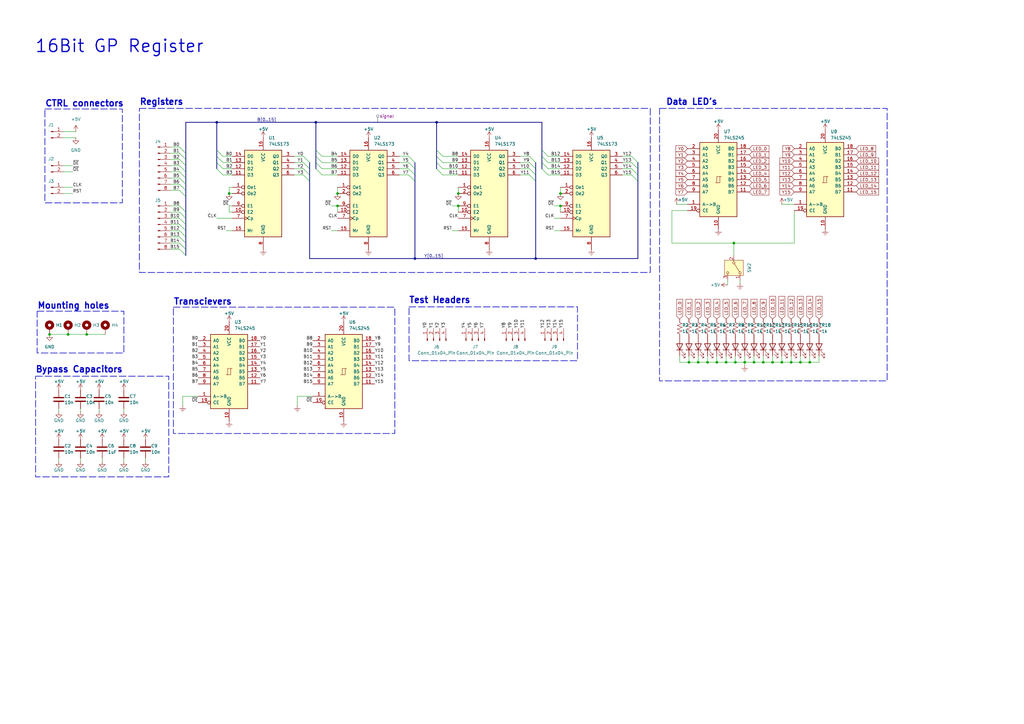
<source format=kicad_sch>
(kicad_sch (version 20231120) (generator "eeschema") (generator_version "8.0")
  (paper "A3")
  (title_block (title "GP Register - SH8") (date "2024-09-29") (rev "1.1") (company "SHMERLARD"))
  (junction (at 20.32 137.16))
  (junction (at 316.865 148.59))
  (junction (at 170.18 106.045))
  (junction (at 179.07 50.165))
  (junction (at 313.055 148.59))
  (junction (at 129.54 50.165))
  (junction (at 219.71 106.045))
  (junction (at 138.43 84.455))
  (junction (at 290.195 148.59))
  (junction (at 187.96 79.375))
  (junction (at 309.245 148.59))
  (junction (at 27.94 137.16))
  (junction (at 300.99 99.695))
  (junction (at 138.43 79.375))
  (junction (at 187.96 84.455))
  (junction (at 305.435 148.59))
  (junction (at 35.56 137.16))
  (junction (at 93.98 79.375))
  (junction (at 286.385 148.59))
  (junction (at 332.105 148.59))
  (junction (at 88.9 50.165))
  (junction (at 328.295 148.59))
  (junction (at 324.485 148.59))
  (junction (at 301.625 148.59))
  (junction (at 294.005 148.59))
  (junction (at 297.815 148.59))
  (junction (at 229.87 84.455))
  (junction (at 320.675 148.59))
  (junction (at 229.87 79.375))
  (junction (at 282.575 148.59))
  (bus_entry (at 124.46 71.755) (size 2.54 2.54))
  (bus_entry (at 73.66 86.995) (size 2.54 2.54))
  (bus_entry (at 224.79 64.135) (size -2.54 -2.54))
  (bus_entry (at 73.66 60.325) (size 2.54 2.54))
  (bus_entry (at 73.66 65.405) (size 2.54 2.54))
  (bus_entry (at 167.64 66.675) (size 2.54 2.54))
  (bus_entry (at 124.46 64.135) (size 2.54 2.54))
  (bus_entry (at 181.61 69.215) (size -2.54 -2.54))
  (bus_entry (at 181.61 71.755) (size -2.54 -2.54))
  (bus_entry (at 73.66 73.025) (size 2.54 2.54))
  (bus_entry (at 259.08 64.135) (size 2.54 2.54))
  (bus_entry (at 167.64 64.135) (size 2.54 2.54))
  (bus_entry (at 217.17 69.215) (size 2.54 2.54))
  (bus_entry (at 181.61 64.135) (size -2.54 -2.54))
  (bus_entry (at 73.66 75.565) (size 2.54 2.54))
  (bus_entry (at 132.08 71.755) (size -2.54 -2.54))
  (bus_entry (at 217.17 71.755) (size 2.54 2.54))
  (bus_entry (at 259.08 66.675) (size 2.54 2.54))
  (bus_entry (at 132.08 66.675) (size -2.54 -2.54))
  (bus_entry (at 167.64 69.215) (size 2.54 2.54))
  (bus_entry (at 224.79 66.675) (size -2.54 -2.54))
  (bus_entry (at 259.08 69.215) (size 2.54 2.54))
  (bus_entry (at 73.66 62.865) (size 2.54 2.54))
  (bus_entry (at 132.08 69.215) (size -2.54 -2.54))
  (bus_entry (at 224.79 71.755) (size -2.54 -2.54))
  (bus_entry (at 124.46 66.675) (size 2.54 2.54))
  (bus_entry (at 217.17 66.675) (size 2.54 2.54))
  (bus_entry (at 181.61 66.675) (size -2.54 -2.54))
  (bus_entry (at 224.79 69.215) (size -2.54 -2.54))
  (bus_entry (at 73.66 94.615) (size 2.54 2.54))
  (bus_entry (at 73.66 102.235) (size 2.54 2.54))
  (bus_entry (at 73.66 92.075) (size 2.54 2.54))
  (bus_entry (at 73.66 97.155) (size 2.54 2.54))
  (bus_entry (at 259.08 71.755) (size 2.54 2.54))
  (bus_entry (at 73.66 67.945) (size 2.54 2.54))
  (bus_entry (at 91.44 69.215) (size -2.54 -2.54))
  (bus_entry (at 73.66 70.485) (size 2.54 2.54))
  (bus_entry (at 73.66 78.105) (size 2.54 2.54))
  (bus_entry (at 167.64 71.755) (size 2.54 2.54))
  (bus_entry (at 217.17 64.135) (size 2.54 2.54))
  (bus_entry (at 124.46 69.215) (size 2.54 2.54))
  (bus_entry (at 91.44 71.755) (size -2.54 -2.54))
  (bus_entry (at 73.66 89.535) (size 2.54 2.54))
  (bus_entry (at 91.44 66.675) (size -2.54 -2.54))
  (bus_entry (at 91.44 64.135) (size -2.54 -2.54))
  (bus_entry (at 73.66 84.455) (size 2.54 2.54))
  (bus_entry (at 73.66 99.695) (size 2.54 2.54))
  (bus_entry (at 132.08 64.135) (size -2.54 -2.54))
  (wire (pts (xy 213.36 66.675) (xy 217.17 66.675)))
  (wire (pts (xy 187.96 84.455) (xy 185.42 84.455)))
  (wire (pts (xy 91.44 66.675) (xy 95.25 66.675)))
  (bus (pts (xy 127 106.045) (xy 170.18 106.045)))
  (bus (pts (xy 129.54 66.675) (xy 129.54 69.215)))
  (wire (pts (xy 303.53 116.205) (xy 303.53 114.935)))
  (wire (pts (xy 69.85 78.105) (xy 73.66 78.105)))
  (wire (pts (xy 33.02 187.96) (xy 33.02 189.23)))
  (wire (pts (xy 332.105 148.59) (xy 335.915 148.59)))
  (bus (pts (xy 76.2 65.405) (xy 76.2 62.865)))
  (wire (pts (xy 229.87 79.375) (xy 229.87 76.835)))
  (bus (pts (xy 88.9 64.135) (xy 88.9 61.595)))
  (bus (pts (xy 129.54 50.165) (xy 129.54 61.595)))
  (wire (pts (xy 132.08 71.755) (xy 138.43 71.755)))
  (wire (pts (xy 73.66 99.695) (xy 69.85 99.695)))
  (wire (pts (xy 301.625 148.59) (xy 301.625 146.05)))
  (wire (pts (xy 163.83 66.675) (xy 167.64 66.675)))
  (bus (pts (xy 219.71 66.675) (xy 219.71 69.215)))
  (bus (pts (xy 222.25 66.675) (xy 222.25 69.215)))
  (bus (pts (xy 76.2 73.025) (xy 76.2 75.565)))
  (wire (pts (xy 305.435 148.59) (xy 309.245 148.59)))
  (wire (pts (xy 93.98 86.995) (xy 95.25 86.995)))
  (wire (pts (xy 286.385 148.59) (xy 290.195 148.59)))
  (bus (pts (xy 127 69.215) (xy 127 71.755)))
  (wire (pts (xy 69.85 62.865) (xy 73.66 62.865)))
  (wire (pts (xy 294.005 148.59) (xy 294.005 146.05)))
  (wire (pts (xy 88.9 89.535) (xy 95.25 89.535)))
  (bus (pts (xy 261.62 66.675) (xy 261.62 69.215)))
  (wire (pts (xy 255.27 69.215) (xy 259.08 69.215)))
  (bus (pts (xy 219.71 71.755) (xy 219.71 74.295)))
  (bus (pts (xy 76.2 86.995) (xy 76.2 89.535)))
  (bus (pts (xy 170.18 74.295) (xy 170.18 106.045)))
  (wire (pts (xy 185.42 94.615) (xy 187.96 94.615)))
  (wire (pts (xy 320.675 83.82) (xy 325.755 83.82)))
  (bus (pts (xy 76.2 97.155) (xy 76.2 99.695)))
  (wire (pts (xy 24.13 187.96) (xy 24.13 189.23)))
  (wire (pts (xy 309.245 148.59) (xy 313.055 148.59)))
  (bus (pts (xy 222.25 64.135) (xy 222.25 66.675)))
  (wire (pts (xy 328.295 148.59) (xy 328.295 146.05)))
  (wire (pts (xy 316.865 148.59) (xy 320.675 148.59)))
  (wire (pts (xy 41.91 187.96) (xy 41.91 189.23)))
  (wire (pts (xy 325.755 99.695) (xy 300.99 99.695)))
  (wire (pts (xy 35.56 137.16) (xy 43.18 137.16)))
  (wire (pts (xy 187.96 79.375) (xy 187.96 76.835)))
  (wire (pts (xy 91.44 71.755) (xy 95.25 71.755)))
  (bus (pts (xy 76.2 70.485) (xy 76.2 73.025)))
  (bus (pts (xy 261.62 69.215) (xy 261.62 71.755)))
  (bus (pts (xy 170.18 71.755) (xy 170.18 74.295)))
  (bus (pts (xy 76.2 70.485) (xy 76.2 67.945)))
  (wire (pts (xy 93.98 79.375) (xy 95.25 79.375)))
  (bus (pts (xy 261.62 74.295) (xy 261.62 106.045)))
  (wire (pts (xy 305.435 148.59) (xy 305.435 146.05)))
  (wire (pts (xy 278.765 148.59) (xy 282.575 148.59)))
  (wire (pts (xy 328.295 148.59) (xy 332.105 148.59)))
  (bus (pts (xy 170.18 106.045) (xy 219.71 106.045)))
  (wire (pts (xy 93.98 84.455) (xy 95.25 84.455)))
  (bus (pts (xy 88.9 69.215) (xy 88.9 66.675)))
  (wire (pts (xy 121.92 162.56) (xy 128.27 162.56)))
  (wire (pts (xy 132.08 66.675) (xy 138.43 66.675)))
  (wire (pts (xy 132.08 69.215) (xy 138.43 69.215)))
  (wire (pts (xy 298.45 114.935) (xy 298.45 116.84)))
  (wire (pts (xy 120.65 64.135) (xy 124.46 64.135)))
  (bus (pts (xy 261.62 71.755) (xy 261.62 74.295)))
  (bus (pts (xy 219.71 69.215) (xy 219.71 71.755)))
  (bus (pts (xy 88.9 50.165) (xy 88.9 61.595)))
  (wire (pts (xy 73.66 97.155) (xy 69.85 97.155)))
  (bus (pts (xy 129.54 50.165) (xy 179.07 50.165)))
  (wire (pts (xy 27.94 137.16) (xy 35.56 137.16)))
  (wire (pts (xy 282.575 148.59) (xy 282.575 146.05)))
  (wire (pts (xy 275.59 99.695) (xy 275.59 86.36)))
  (wire (pts (xy 73.66 86.995) (xy 69.85 86.995)))
  (wire (pts (xy 135.89 94.615) (xy 138.43 94.615)))
  (bus (pts (xy 88.9 50.165) (xy 129.54 50.165)))
  (bus (pts (xy 222.25 50.165) (xy 222.25 61.595)))
  (wire (pts (xy 213.36 71.755) (xy 217.17 71.755)))
  (bus (pts (xy 76.2 92.075) (xy 76.2 94.615)))
  (wire (pts (xy 59.69 187.96) (xy 59.69 189.23)))
  (wire (pts (xy 324.485 148.59) (xy 328.295 148.59)))
  (bus (pts (xy 219.71 106.045) (xy 261.62 106.045)))
  (bus (pts (xy 76.2 67.945) (xy 76.2 65.405)))
  (bus (pts (xy 88.9 66.675) (xy 88.9 64.135)))
  (wire (pts (xy 213.36 69.215) (xy 217.17 69.215)))
  (bus (pts (xy 127 66.675) (xy 127 69.215)))
  (wire (pts (xy 29.845 70.485) (xy 26.035 70.485)))
  (bus (pts (xy 76.2 50.165) (xy 88.9 50.165)))
  (wire (pts (xy 73.66 84.455) (xy 69.85 84.455)))
  (bus (pts (xy 127 74.295) (xy 127 106.045)))
  (wire (pts (xy 320.675 148.59) (xy 320.675 146.05)))
  (wire (pts (xy 95.25 76.835) (xy 93.98 76.835)))
  (wire (pts (xy 229.87 86.995) (xy 229.87 84.455)))
  (wire (pts (xy 213.36 64.135) (xy 217.17 64.135)))
  (wire (pts (xy 120.65 69.215) (xy 124.46 69.215)))
  (wire (pts (xy 277.495 83.82) (xy 281.94 83.82)))
  (wire (pts (xy 93.98 84.455) (xy 93.98 86.995)))
  (bus (pts (xy 76.2 78.105) (xy 76.2 75.565)))
  (wire (pts (xy 278.765 148.59) (xy 278.765 146.05)))
  (bus (pts (xy 76.2 104.775) (xy 76.2 102.235)))
  (wire (pts (xy 224.79 69.215) (xy 229.87 69.215)))
  (bus (pts (xy 179.07 64.135) (xy 179.07 66.675)))
  (wire (pts (xy 40.64 167.64) (xy 40.64 168.91)))
  (bus (pts (xy 179.07 61.595) (xy 179.07 50.165)))
  (bus (pts (xy 179.07 50.165) (xy 222.25 50.165)))
  (wire (pts (xy 305.435 149.86) (xy 305.435 148.59)))
  (wire (pts (xy 138.43 86.995) (xy 138.43 84.455)))
  (wire (pts (xy 33.02 167.64) (xy 33.02 168.91)))
  (wire (pts (xy 69.85 65.405) (xy 73.66 65.405)))
  (wire (pts (xy 187.96 86.995) (xy 187.96 84.455)))
  (wire (pts (xy 69.85 75.565) (xy 73.66 75.565)))
  (wire (pts (xy 290.195 148.59) (xy 294.005 148.59)))
  (wire (pts (xy 332.105 148.59) (xy 332.105 146.05)))
  (wire (pts (xy 163.83 71.755) (xy 167.64 71.755)))
  (bus (pts (xy 76.2 62.865) (xy 76.2 50.165)))
  (wire (pts (xy 290.195 148.59) (xy 290.195 146.05)))
  (wire (pts (xy 229.87 84.455) (xy 227.33 84.455)))
  (wire (pts (xy 69.85 73.025) (xy 73.66 73.025)))
  (wire (pts (xy 92.71 94.615) (xy 95.25 94.615)))
  (wire (pts (xy 181.61 66.675) (xy 187.96 66.675)))
  (wire (pts (xy 132.08 64.135) (xy 138.43 64.135)))
  (wire (pts (xy 255.27 66.675) (xy 259.08 66.675)))
  (wire (pts (xy 300.99 99.695) (xy 275.59 99.695)))
  (wire (pts (xy 73.66 89.535) (xy 69.85 89.535)))
  (wire (pts (xy 229.87 89.535) (xy 227.33 89.535)))
  (bus (pts (xy 76.2 99.695) (xy 76.2 102.235)))
  (wire (pts (xy 300.99 99.695) (xy 300.99 104.775)))
  (bus (pts (xy 179.07 66.675) (xy 179.07 69.215)))
  (bus (pts (xy 76.2 92.075) (xy 76.2 89.535)))
  (wire (pts (xy 181.61 71.755) (xy 187.96 71.755)))
  (wire (pts (xy 50.8 187.96) (xy 50.8 189.23)))
  (wire (pts (xy 275.59 86.36) (xy 281.94 86.36)))
  (bus (pts (xy 76.2 94.615) (xy 76.2 97.155)))
  (wire (pts (xy 91.44 69.215) (xy 95.25 69.215)))
  (wire (pts (xy 26.035 76.835) (xy 29.845 76.835)))
  (wire (pts (xy 282.575 148.59) (xy 286.385 148.59)))
  (wire (pts (xy 29.845 79.375) (xy 26.035 79.375)))
  (wire (pts (xy 69.85 60.325) (xy 73.66 60.325)))
  (wire (pts (xy 224.79 71.755) (xy 229.87 71.755)))
  (wire (pts (xy 91.44 64.135) (xy 95.25 64.135)))
  (wire (pts (xy 227.33 94.615) (xy 229.87 94.615)))
  (wire (pts (xy 121.92 166.37) (xy 121.92 162.56)))
  (wire (pts (xy 50.8 167.64) (xy 50.8 168.91)))
  (bus (pts (xy 170.18 69.215) (xy 170.18 71.755)))
  (wire (pts (xy 320.675 148.59) (xy 324.485 148.59)))
  (wire (pts (xy 73.66 92.075) (xy 69.85 92.075)))
  (wire (pts (xy 255.27 71.755) (xy 259.08 71.755)))
  (wire (pts (xy 297.815 148.59) (xy 301.625 148.59)))
  (bus (pts (xy 179.07 61.595) (xy 179.07 64.135)))
  (wire (pts (xy 31.115 56.515) (xy 26.035 56.515)))
  (wire (pts (xy 138.43 84.455) (xy 135.89 84.455)))
  (wire (pts (xy 255.27 64.135) (xy 259.08 64.135)))
  (wire (pts (xy 181.61 64.135) (xy 187.96 64.135)))
  (wire (pts (xy 163.83 64.135) (xy 167.64 64.135)))
  (bus (pts (xy 129.54 61.595) (xy 129.54 64.135)))
  (bus (pts (xy 219.71 74.295) (xy 219.71 106.045)))
  (wire (pts (xy 316.865 148.59) (xy 316.865 146.05)))
  (wire (pts (xy 120.65 71.755) (xy 124.46 71.755)))
  (wire (pts (xy 93.98 76.835) (xy 93.98 79.375)))
  (wire (pts (xy 74.93 166.37) (xy 74.93 162.56)))
  (wire (pts (xy 31.115 53.975) (xy 26.035 53.975)))
  (wire (pts (xy 324.485 148.59) (xy 324.485 146.05)))
  (wire (pts (xy 138.43 79.375) (xy 138.43 76.835)))
  (wire (pts (xy 224.79 66.675) (xy 229.87 66.675)))
  (wire (pts (xy 73.66 102.235) (xy 69.85 102.235)))
  (wire (pts (xy 120.65 66.675) (xy 124.46 66.675)))
  (wire (pts (xy 73.66 94.615) (xy 69.85 94.615)))
  (wire (pts (xy 309.245 148.59) (xy 309.245 146.05)))
  (wire (pts (xy 163.83 69.215) (xy 167.64 69.215)))
  (wire (pts (xy 325.755 86.36) (xy 325.755 99.695)))
  (wire (pts (xy 335.915 148.59) (xy 335.915 146.05)))
  (wire (pts (xy 74.93 162.56) (xy 81.28 162.56)))
  (wire (pts (xy 294.005 148.59) (xy 297.815 148.59)))
  (wire (pts (xy 313.055 148.59) (xy 316.865 148.59)))
  (wire (pts (xy 224.79 64.135) (xy 229.87 64.135)))
  (wire (pts (xy 301.625 148.59) (xy 305.435 148.59)))
  (wire (pts (xy 297.815 148.59) (xy 297.815 146.05)))
  (wire (pts (xy 69.85 67.945) (xy 73.66 67.945)))
  (wire (pts (xy 20.32 137.16) (xy 27.94 137.16)))
  (bus (pts (xy 76.2 80.645) (xy 76.2 78.105)))
  (wire (pts (xy 69.85 70.485) (xy 73.66 70.485)))
  (bus (pts (xy 170.18 66.675) (xy 170.18 69.215)))
  (wire (pts (xy 286.385 148.59) (xy 286.385 146.05)))
  (wire (pts (xy 24.13 167.64) (xy 24.13 168.91)))
  (bus (pts (xy 222.25 61.595) (xy 222.25 64.135)))
  (wire (pts (xy 313.055 148.59) (xy 313.055 146.05)))
  (wire (pts (xy 26.035 67.945) (xy 29.845 67.945)))
  (bus (pts (xy 129.54 64.135) (xy 129.54 66.675)))
  (wire (pts (xy 181.61 69.215) (xy 187.96 69.215)))
  (bus (pts (xy 127 71.755) (xy 127 74.295)))
  (bus (pts (xy 76.2 86.995) (xy 76.2 80.645)))
  (rectangle (start 71.12 125.984) (end 161.925 177.8) (stroke (width 0.254) (type dash)))
  (rectangle (start 18.415 44.704) (end 50.165 83.185) (stroke (width 0.254) (type dash)))
  (rectangle (start 57.15 44.45) (end 266.7 111.76) (stroke (width 0.254) (type dash)))
  (rectangle (start 15.24 127.635) (end 50.8 144.78) (stroke (width 0.254) (type dash)))
  (rectangle (start 14.605 154.305) (end 69.215 195.58) (stroke (width 0.254) (type dash)))
  (rectangle (start 167.767 125.857) (end 236.855 147.955) (stroke (width 0.254) (type dash)))
  (rectangle (start 270.51 44.45) (end 363.855 156.21) (stroke (width 0.254) (type dash)))
  (text "16Bit GP Register" (at 14.224 19.05 0) (effects (font (size 5.08 5.08) (thickness 0.508) (bold yes)) (justify left)))
  (text "Data LED's\n" (at 273.05 41.91 0) (effects (font (size 2.54 2.54) (thickness 0.508) (bold yes)) (justify left)))
  (text "Bypass Capacitors\n" (at 14.478 151.638 0) (effects (font (size 2.54 2.54) (thickness 0.508) (bold yes)) (justify left)))
  (text "Registers" (at 57.15 41.91 0) (effects (font (size 2.54 2.54) (thickness 0.508) (bold yes)) (justify left)))
  (text "Mounting holes" (at 15.24 125.476 0) (effects (font (size 2.54 2.54) (thickness 0.508) (bold yes)) (justify left)))
  (text "Test Headers" (at 167.64 123.19 0) (effects (font (size 2.54 2.54) (thickness 0.508) (bold yes)) (justify left)))
  (text "CTRL connectors\n" (at 18.415 42.545 0) (effects (font (size 2.54 2.54) (thickness 0.508) (bold yes)) (justify left)))
  (text "Transcievers" (at 71.12 123.825 0) (effects (font (size 2.54 2.54) (thickness 0.508) (bold yes)) (justify left)))
  (label "Y15" (at 231.14 134.62 90))
  (label "B5" (at 138.43 66.675 180))
  (label "Y7" (at 106.68 157.48 0))
  (label "B10" (at 73.66 89.535 180))
  (label "B5" (at 73.66 73.025 180))
  (label "B11" (at 128.27 147.32 180))
  (label "~{DE}" (at 135.89 84.455 180))
  (label "Y12" (at 223.52 134.62 90))
  (label "~{DE}" (at 93.98 84.455 180))
  (label "CLK" (at 138.43 89.535 180))
  (label "B6" (at 138.43 69.215 180))
  (label "Y10" (at 212.725 134.62 90))
  (label "Y11" (at 153.67 147.32 0))
  (label "B9" (at 128.27 142.24 180))
  (label "Y1" (at 177.8 134.62 90))
  (label "~{OE}" (at 29.845 70.485 0))
  (label "Y6" (at 167.64 69.215 180))
  (label "~{OE}" (at 128.27 165.1 180))
  (label "Y9" (at 217.17 66.675 180))
  (label "B13" (at 73.66 97.155 180))
  (label "B2" (at 73.66 65.405 180))
  (label "B12" (at 73.66 94.615 180))
  (label "Y8" (at 153.67 139.7 0))
  (label "Y6" (at 196.215 134.62 90))
  (label "B4" (at 138.43 64.135 180))
  (label "B7" (at 138.43 71.755 180))
  (label "B1" (at 81.28 142.24 180))
  (label "Y2" (at 124.46 69.215 180))
  (label "Y12" (at 259.08 64.135 180))
  (label "B1" (at 92.71 66.675 0))
  (label "Y14" (at 153.67 154.94 0))
  (label "Y14" (at 259.08 69.215 180))
  (label "Y10" (at 153.67 144.78 0))
  (label "Y2" (at 180.34 134.62 90))
  (label "RST" (at 227.33 94.615 180))
  (label "B2" (at 81.28 144.78 180))
  (label "Y8" (at 207.645 134.62 90))
  (label "Y0" (at 106.68 139.7 0))
  (label "B2" (at 92.71 69.215 0))
  (label "~{OE}" (at 81.28 165.1 180))
  (label "B3" (at 81.28 147.32 180))
  (label "Y9" (at 210.185 134.62 90))
  (label "B14" (at 73.66 99.695 180))
  (label "Y13" (at 226.06 134.62 90))
  (label "B14" (at 229.87 69.215 180))
  (label "B15" (at 73.66 102.235 180))
  (label "B13" (at 128.27 152.4 180))
  (label "CLK" (at 187.96 89.535 180))
  (label "B0" (at 81.28 139.7 180))
  (label "B8" (at 187.96 64.135 180))
  (label "B12" (at 128.27 149.86 180))
  (label "B9" (at 187.96 66.675 180))
  (label "Y13" (at 259.08 66.675 180))
  (label "Y4" (at 167.64 64.135 180))
  (label "B10" (at 128.27 144.78 180))
  (label "B8" (at 128.27 139.7 180))
  (label "Y0" (at 175.26 134.62 90))
  (label "B7" (at 73.66 78.105 180))
  (label "B7" (at 81.28 157.48 180))
  (label "B11" (at 73.66 92.075 180))
  (label "Y13" (at 153.67 152.4 0))
  (label "B11" (at 187.96 71.755 180))
  (label "Y7" (at 167.64 71.755 180))
  (label "CLK" (at 29.845 76.835 0))
  (label "Y15" (at 259.08 71.755 180))
  (label "RST" (at 185.42 94.615 180))
  (label "Y5" (at 167.64 66.675 180))
  (label "Y3" (at 124.46 71.755 180))
  (label "B0" (at 95.25 64.135 180))
  (label "RST" (at 135.89 94.615 180))
  (label "Y0" (at 124.46 64.135 180))
  (label "B6" (at 73.66 75.565 180))
  (label "B3" (at 92.71 71.755 0))
  (label "B13" (at 229.87 66.675 180))
  (label "B[0..15]" (at 105.41 50.165 0))
  (label "Y[0..15]" (at 173.99 106.045 0))
  (label "Y15" (at 153.67 157.48 0))
  (label "Y4" (at 191.135 134.62 90))
  (label "~{DE}" (at 185.42 84.455 180))
  (label "~{DE}" (at 227.33 84.455 180))
  (label "B12" (at 229.87 64.135 180))
  (label "CLK" (at 88.9 89.535 180))
  (label "B15" (at 229.87 71.755 180))
  (label "B10" (at 187.96 69.215 180))
  (label "Y5" (at 106.68 152.4 0))
  (label "Y14" (at 228.6 134.62 90))
  (label "Y10" (at 217.17 69.215 180))
  (label "Y2" (at 106.68 144.78 0))
  (label "Y1" (at 106.68 142.24 0))
  (label "B1" (at 73.66 62.865 180))
  (label "RST" (at 29.845 79.375 0))
  (label "Y5" (at 193.675 134.62 90))
  (label "Y6" (at 106.68 154.94 0))
  (label "Y3" (at 106.68 147.32 0))
  (label "Y8" (at 217.17 64.135 180))
  (label "B0" (at 73.66 60.325 180))
  (label "B8" (at 73.66 84.455 180))
  (label "B4" (at 81.28 149.86 180))
  (label "Y3" (at 182.88 134.62 90))
  (label "CLK" (at 227.33 89.535 180))
  (label "B9" (at 73.66 86.995 180))
  (label "B6" (at 81.28 154.94 180))
  (label "Y7" (at 198.755 134.62 90))
  (label "B14" (at 128.27 154.94 180))
  (label "RST" (at 92.71 94.615 180))
  (label "B3" (at 73.66 67.945 180))
  (label "~{DE}" (at 29.845 67.945 0))
  (label "Y11" (at 217.17 71.755 180))
  (label "Y11" (at 215.265 134.62 90))
  (label "B5" (at 81.28 152.4 180))
  (label "B15" (at 128.27 157.48 180))
  (label "Y1" (at 124.46 66.675 180))
  (label "B4" (at 73.66 70.485 180))
  (label "Y4" (at 106.68 149.86 0))
  (label "Y9" (at 153.67 142.24 0))
  (label "Y12" (at 153.67 149.86 0))
  (global_label "Y3" (shape input) (at 281.94 68.58 180) (property "Intersheetrefs" "${INTERSHEET_REFS}" (effects (hide yes))))
  (global_label "LED_3" (shape input) (at 290.195 130.81 90) (property "Intersheetrefs" "${INTERSHEET_REFS}" (effects (hide yes))))
  (global_label "Y7" (shape input) (at 281.94 78.74 180) (property "Intersheetrefs" "${INTERSHEET_REFS}" (effects (hide yes))))
  (global_label "LED_10" (shape input) (at 351.155 66.04 0) (property "Intersheetrefs" "${INTERSHEET_REFS}" (effects (hide yes))))
  (global_label "LED_9" (shape input) (at 351.155 63.5 0) (property "Intersheetrefs" "${INTERSHEET_REFS}" (effects (hide yes))))
  (global_label "LED_4" (shape input) (at 294.005 130.81 90) (property "Intersheetrefs" "${INTERSHEET_REFS}" (effects (hide yes))))
  (global_label "LED_7" (shape input) (at 305.435 130.81 90) (property "Intersheetrefs" "${INTERSHEET_REFS}" (effects (hide yes))))
  (global_label "LED_6" (shape input) (at 307.34 76.2 0) (property "Intersheetrefs" "${INTERSHEET_REFS}" (effects (hide yes))))
  (global_label "Y8" (shape input) (at 325.755 60.96 180) (property "Intersheetrefs" "${INTERSHEET_REFS}" (effects (hide yes))))
  (global_label "Y9" (shape input) (at 325.755 63.5 180) (property "Intersheetrefs" "${INTERSHEET_REFS}" (effects (hide yes))))
  (global_label "Y11" (shape input) (at 325.755 68.58 180) (property "Intersheetrefs" "${INTERSHEET_REFS}" (effects (hide yes))))
  (global_label "Y10" (shape input) (at 325.755 66.04 180) (property "Intersheetrefs" "${INTERSHEET_REFS}" (effects (hide yes))))
  (global_label "LED_8" (shape input) (at 351.155 60.96 0) (property "Intersheetrefs" "${INTERSHEET_REFS}" (effects (hide yes))))
  (global_label "Y14" (shape input) (at 325.755 76.2 180) (property "Intersheetrefs" "${INTERSHEET_REFS}" (effects (hide yes))))
  (global_label "Y15" (shape input) (at 325.755 78.74 180) (property "Intersheetrefs" "${INTERSHEET_REFS}" (effects (hide yes))))
  (global_label "LED_7" (shape input) (at 307.34 78.74 0) (property "Intersheetrefs" "${INTERSHEET_REFS}" (effects (hide yes))))
  (global_label "LED_10" (shape input) (at 316.865 130.81 90) (property "Intersheetrefs" "${INTERSHEET_REFS}" (effects (hide yes))))
  (global_label "LED_3" (shape input) (at 307.34 68.58 0) (property "Intersheetrefs" "${INTERSHEET_REFS}" (effects (hide yes))))
  (global_label "LED_12" (shape input) (at 351.155 71.12 0) (property "Intersheetrefs" "${INTERSHEET_REFS}" (effects (hide yes))))
  (global_label "Y1" (shape input) (at 281.94 63.5 180) (property "Intersheetrefs" "${INTERSHEET_REFS}" (effects (hide yes))))
  (global_label "LED_0" (shape input) (at 307.34 60.96 0) (property "Intersheetrefs" "${INTERSHEET_REFS}" (effects (hide yes))))
  (global_label "Y0" (shape input) (at 281.94 60.96 180) (property "Intersheetrefs" "${INTERSHEET_REFS}" (effects (hide yes))))
  (global_label "Y2" (shape input) (at 281.94 66.04 180) (property "Intersheetrefs" "${INTERSHEET_REFS}" (effects (hide yes))))
  (global_label "LED_9" (shape input) (at 313.055 130.81 90) (property "Intersheetrefs" "${INTERSHEET_REFS}" (effects (hide yes))))
  (global_label "LED_11" (shape input) (at 351.155 68.58 0) (property "Intersheetrefs" "${INTERSHEET_REFS}" (effects (hide yes))))
  (global_label "Y4" (shape input) (at 281.94 71.12 180) (property "Intersheetrefs" "${INTERSHEET_REFS}" (effects (hide yes))))
  (global_label "LED_8" (shape input) (at 309.245 130.81 90) (property "Intersheetrefs" "${INTERSHEET_REFS}" (effects (hide yes))))
  (global_label "LED_11" (shape input) (at 320.675 130.81 90) (property "Intersheetrefs" "${INTERSHEET_REFS}" (effects (hide yes))))
  (global_label "LED_5" (shape input) (at 297.815 130.81 90) (property "Intersheetrefs" "${INTERSHEET_REFS}" (effects (hide yes))))
  (global_label "Y6" (shape input) (at 281.94 76.2 180) (property "Intersheetrefs" "${INTERSHEET_REFS}" (effects (hide yes))))
  (global_label "LED_14" (shape input) (at 351.155 76.2 0) (property "Intersheetrefs" "${INTERSHEET_REFS}" (effects (hide yes))))
  (global_label "LED_1" (shape input) (at 307.34 63.5 0) (property "Intersheetrefs" "${INTERSHEET_REFS}" (effects (hide yes))))
  (global_label "LED_13" (shape input) (at 351.155 73.66 0) (property "Intersheetrefs" "${INTERSHEET_REFS}" (effects (hide yes))))
  (global_label "LED_0" (shape input) (at 278.765 130.81 90) (property "Intersheetrefs" "${INTERSHEET_REFS}" (effects (hide yes))))
  (global_label "LED_5" (shape input) (at 307.34 73.66 0) (property "Intersheetrefs" "${INTERSHEET_REFS}" (effects (hide yes))))
  (global_label "LED_2" (shape input) (at 307.34 66.04 0) (property "Intersheetrefs" "${INTERSHEET_REFS}" (effects (hide yes))))
  (global_label "LED_15" (shape input) (at 335.915 130.81 90) (property "Intersheetrefs" "${INTERSHEET_REFS}" (effects (hide yes))))
  (global_label "LED_6" (shape input) (at 301.625 130.81 90) (property "Intersheetrefs" "${INTERSHEET_REFS}" (effects (hide yes))))
  (global_label "LED_14" (shape input) (at 332.105 130.81 90) (property "Intersheetrefs" "${INTERSHEET_REFS}" (effects (hide yes))))
  (global_label "LED_2" (shape input) (at 286.385 130.81 90) (property "Intersheetrefs" "${INTERSHEET_REFS}" (effects (hide yes))))
  (global_label "LED_1" (shape input) (at 282.575 130.81 90) (property "Intersheetrefs" "${INTERSHEET_REFS}" (effects (hide yes))))
  (global_label "Y5" (shape input) (at 281.94 73.66 180) (property "Intersheetrefs" "${INTERSHEET_REFS}" (effects (hide yes))))
  (global_label "LED_4" (shape input) (at 307.34 71.12 0) (property "Intersheetrefs" "${INTERSHEET_REFS}" (effects (hide yes))))
  (global_label "LED_13" (shape input) (at 328.295 130.81 90) (property "Intersheetrefs" "${INTERSHEET_REFS}" (effects (hide yes))))
  (global_label "LED_15" (shape input) (at 351.155 78.74 0) (property "Intersheetrefs" "${INTERSHEET_REFS}" (effects (hide yes))))
  (global_label "Y12" (shape input) (at 325.755 71.12 180) (property "Intersheetrefs" "${INTERSHEET_REFS}" (effects (hide yes))))
  (global_label "LED_12" (shape input) (at 324.485 130.81 90) (property "Intersheetrefs" "${INTERSHEET_REFS}" (effects (hide yes))))
  (global_label "Y13" (shape input) (at 325.755 73.66 180) (property "Intersheetrefs" "${INTERSHEET_REFS}" (effects (hide yes))))
  (netclass_flag "" (length 2.54) (shape round) (at 154.94 50.165 0) (property "Netclass" "signal" (at 155.6385 47.625 0) (effects (font (italic yes)) (justify left))))
  (symbol (lib_id "Device:C") (at 59.69 184.15 0) (unit 1)
    (property "Reference" "C9" (at 61.976 182.88 0) (effects (justify left)))
    (property "Value" "10n" (at 61.976 185.42 0) (effects (justify left)))
    (property "Footprint" "Capacitor_THT:C_Disc_D3.8mm_W2.6mm_P2.50mm" (effects (hide yes)))
    (property "Description" "Unpolarized capacitor" (effects (hide yes)))
  )
  (symbol (lib_id "Device:R_US") (at 316.865 134.62 0) (unit 1)
    (property "Reference" "R13" (at 317.881 133.35 0) (effects (justify left)))
    (property "Value" "1k" (at 317.881 135.89 0) (effects (justify left)))
    (property "Footprint" "Resistor_SMD:R_1206_3216Metric_Pad1.30x1.75mm_HandSolder" (effects (hide yes)))
    (property "Description" "Resistor, US symbol" (effects (hide yes)))
  )
  (symbol (lib_id "Connector:Conn_01x08_Pin") (at 64.77 67.945 0) (unit 1)
    (property "Reference" "J4" (at 64.77 58.039 0))
    (property "Value" "Conn_01x08_Pin" (effects (hide yes)))
    (property "Footprint" "Connector_JST:JST_XH_S8B-XH-A-1_1x08_P2.50mm_Horizontal" (effects (hide yes)))
    (property "Description" "Generic connector, single row, 01x08, script generated" (effects (hide yes)))
  )
  (symbol (lib_id "74xx:74LS245") (at 294.64 73.66 0) (unit 1)
    (property "Reference" "U7" (at 296.8341 53.975 0) (effects (justify left)))
    (property "Value" "74LS245" (at 296.8341 56.515 0) (effects (justify left)))
    (property "Footprint" "Package_DIP:DIP-20_W7.62mm_Socket_LongPads" (effects (hide yes)))
    (property "Datasheet" "http://www.ti.com/lit/gpn/sn74LS245" (effects (hide yes)))
    (property "Description" "Octal BUS Transceivers, 3-State outputs" (effects (hide yes)))
  )
  (symbol (lib_id "power:+5V") (at 200.66 56.515 0) (unit 1)
    (property "Reference" "#PWR025" (effects (hide yes)))
    (property "Value" "+5V" (at 200.66 52.959 0))
    (property "Description" "Power symbol creates a global label with name \"+5V\"" (effects (hide yes)))
  )
  (symbol (lib_id "power:+5V") (at 40.64 160.02 0) (unit 1)
    (property "Reference" "#PWR011" (effects (hide yes)))
    (property "Value" "+5V" (at 40.64 156.464 0))
    (property "Description" "Power symbol creates a global label with name \"+5V\"" (effects (hide yes)))
  )
  (symbol (lib_id "power:GND") (at 50.8 168.91 0) (unit 1)
    (property "Reference" "#PWR016" (effects (hide yes)))
    (property "Value" "GND" (at 50.8 172.466 0))
    (property "Description" "Power symbol creates a global label with name \"GND\" , ground" (effects (hide yes)))
  )
  (symbol (lib_id "Device:R_US") (at 313.055 134.62 0) (unit 1)
    (property "Reference" "R12" (at 314.071 133.35 0) (effects (justify left)))
    (property "Value" "1k" (at 314.071 135.89 0) (effects (justify left)))
    (property "Footprint" "Resistor_SMD:R_1206_3216Metric_Pad1.30x1.75mm_HandSolder" (effects (hide yes)))
    (property "Description" "Resistor, US symbol" (effects (hide yes)))
  )
  (symbol (lib_id "Device:LED") (at 294.005 142.24 90) (unit 1)
    (property "Reference" "D5" (effects (hide yes)))
    (property "Value" "LED" (effects (hide yes)))
    (property "Footprint" "LED_THT:LED_Rectangular_W3.0mm_H2.0mm" (effects (hide yes)))
    (property "Description" "Light emitting diode" (effects (hide yes)))
  )
  (symbol (lib_id "74xx:74LS173") (at 242.57 79.375 0) (unit 1)
    (property "Reference" "U5" (at 244.7641 56.515 0) (effects (justify left)))
    (property "Value" "74LS173" (at 244.7641 59.055 0) (effects (justify left)))
    (property "Footprint" "Package_DIP:DIP-16_W7.62mm_Socket_LongPads" (effects (hide yes)))
    (property "Datasheet" "http://www.ti.com/lit/gpn/sn74LS173" (effects (hide yes)))
    (property "Description" "4-bit D-type Register, 3 state out" (effects (hide yes)))
  )
  (symbol (lib_id "power:+5V") (at 140.97 132.08 0) (unit 1)
    (property "Reference" "#PWR034" (effects (hide yes)))
    (property "Value" "+5V" (at 140.97 128.524 0))
    (property "Description" "Power symbol creates a global label with name \"+5V\"" (effects (hide yes)))
  )
  (symbol (lib_id "Device:R_US") (at 309.245 134.62 0) (unit 1)
    (property "Reference" "R10" (at 310.261 133.35 0) (effects (justify left)))
    (property "Value" "1k" (at 310.261 135.89 0) (effects (justify left)))
    (property "Footprint" "Resistor_SMD:R_1206_3216Metric_Pad1.30x1.75mm_HandSolder" (effects (hide yes)))
    (property "Description" "Resistor, US symbol" (effects (hide yes)))
  )
  (symbol (lib_id "power:+5V") (at 50.8 160.02 0) (unit 1)
    (property "Reference" "#PWR015" (effects (hide yes)))
    (property "Value" "+5V" (at 50.8 156.464 0))
    (property "Description" "Power symbol creates a global label with name \"+5V\"" (effects (hide yes)))
  )
  (symbol (lib_id "power:Earth") (at 74.93 166.37 0) (unit 1)
    (property "Reference" "#PWR037" (effects (hide yes)))
    (property "Value" "GND" (effects (hide yes)))
    (property "Description" "Power symbol creates a global label with name \"Earth\"" (effects (hide yes)))
  )
  (symbol (lib_id "Device:C") (at 41.91 184.15 0) (unit 1)
    (property "Reference" "C6" (at 44.196 182.88 0) (effects (justify left)))
    (property "Value" "1uF" (at 44.196 185.42 0) (effects (justify left)))
    (property "Footprint" "Capacitor_THT:C_Radial_D6.3mm_H11.0mm_P2.50mm" (effects (hide yes)))
    (property "Description" "Unpolarized capacitor" (effects (hide yes)))
  )
  (symbol (lib_id "power:Earth") (at 140.97 172.72 0) (unit 1)
    (property "Reference" "#PWR033" (effects (hide yes)))
    (property "Value" "GND" (effects (hide yes)))
    (property "Description" "Power symbol creates a global label with name \"Earth\"" (effects (hide yes)))
  )
  (symbol (lib_id "Mechanical:MountingHole_Pad") (at 20.32 134.62 0) (unit 1) (exclude_from_sim yes) (in_bom no)
    (property "Reference" "H1" (at 22.86 133.3499 0) (effects (justify left)))
    (property "Value" "MountingHole_Pad" (effects (hide yes)))
    (property "Footprint" "MountingHole:MountingHole_2.2mm_M2_DIN965_Pad" (effects (hide yes)))
    (property "Description" "Mounting Hole with connection" (effects (hide yes)))
  )
  (symbol (lib_id "Device:R_US") (at 294.005 134.62 0) (unit 1)
    (property "Reference" "R6" (at 295.021 133.35 0) (effects (justify left)))
    (property "Value" "1k" (at 295.021 135.89 0) (effects (justify left)))
    (property "Footprint" "Resistor_SMD:R_1206_3216Metric_Pad1.30x1.75mm_HandSolder" (effects (hide yes)))
    (property "Description" "Resistor, US symbol" (effects (hide yes)))
  )
  (symbol (lib_id "Device:R_US") (at 286.385 134.62 0) (unit 1)
    (property "Reference" "R4" (at 287.401 133.35 0) (effects (justify left)))
    (property "Value" "1k" (at 287.401 135.89 0) (effects (justify left)))
    (property "Footprint" "Resistor_SMD:R_1206_3216Metric_Pad1.30x1.75mm_HandSolder" (effects (hide yes)))
    (property "Description" "Resistor, US symbol" (effects (hide yes)))
  )
  (symbol (lib_id "Connector:Conn_01x02_Pin") (at 20.955 76.835 0) (unit 1)
    (property "Reference" "J3" (at 20.955 74.295 0))
    (property "Value" "Conn_01x02_Pin" (effects (hide yes)))
    (property "Footprint" "Connector_JST:JST_XH_S2B-XH-A_1x02_P2.50mm_Horizontal" (effects (hide yes)))
    (property "Description" "Generic connector, single row, 01x02, script generated" (effects (hide yes)))
  )
  (symbol (lib_id "Device:LED") (at 324.485 142.24 90) (unit 1)
    (property "Reference" "D13" (effects (hide yes)))
    (property "Value" "LED" (effects (hide yes)))
    (property "Footprint" "LED_THT:LED_Rectangular_W3.0mm_H2.0mm" (effects (hide yes)))
    (property "Description" "Light emitting diode" (effects (hide yes)))
  )
  (symbol (lib_id "Device:R_US") (at 301.625 134.62 0) (unit 1)
    (property "Reference" "R8" (at 302.641 133.35 0) (effects (justify left)))
    (property "Value" "1k" (at 302.641 135.89 0) (effects (justify left)))
    (property "Footprint" "Resistor_SMD:R_1206_3216Metric_Pad1.30x1.75mm_HandSolder" (effects (hide yes)))
    (property "Description" "Resistor, US symbol" (effects (hide yes)))
  )
  (symbol (lib_id "Device:LED") (at 301.625 142.24 90) (unit 1)
    (property "Reference" "D7" (effects (hide yes)))
    (property "Value" "LED" (effects (hide yes)))
    (property "Footprint" "LED_THT:LED_Rectangular_W3.0mm_H2.0mm" (effects (hide yes)))
    (property "Description" "Light emitting diode" (effects (hide yes)))
  )
  (symbol (lib_id "power:+5V") (at 93.98 132.08 0) (unit 1)
    (property "Reference" "#PWR027" (effects (hide yes)))
    (property "Value" "+5V" (at 93.98 128.524 0))
    (property "Description" "Power symbol creates a global label with name \"+5V\"" (effects (hide yes)))
  )
  (symbol (lib_id "power:+5V") (at 41.91 180.34 0) (unit 1)
    (property "Reference" "#PWR013" (effects (hide yes)))
    (property "Value" "+5V" (at 41.91 176.784 0))
    (property "Description" "Power symbol creates a global label with name \"+5V\"" (effects (hide yes)))
  )
  (symbol (lib_id "power:GND") (at 24.13 189.23 0) (unit 1)
    (property "Reference" "#PWR04" (effects (hide yes)))
    (property "Value" "GND" (at 24.13 192.786 0))
    (property "Description" "Power symbol creates a global label with name \"GND\" , ground" (effects (hide yes)))
  )
  (symbol (lib_id "74xx:74LS245") (at 93.98 152.4 0) (unit 1)
    (property "Reference" "U3" (at 96.1741 132.08 0) (effects (justify left)))
    (property "Value" "74LS245" (at 96.1741 134.62 0) (effects (justify left)))
    (property "Footprint" "Package_DIP:DIP-20_W7.62mm_Socket_LongPads" (effects (hide yes)))
    (property "Datasheet" "http://www.ti.com/lit/gpn/sn74LS245" (effects (hide yes)))
    (property "Description" "Octal BUS Transceivers, 3-State outputs" (effects (hide yes)))
  )
  (symbol (lib_id "Device:R_US") (at 290.195 134.62 0) (unit 1)
    (property "Reference" "R5" (at 291.211 133.35 0) (effects (justify left)))
    (property "Value" "1k" (at 291.211 135.89 0) (effects (justify left)))
    (property "Footprint" "Resistor_SMD:R_1206_3216Metric_Pad1.30x1.75mm_HandSolder" (effects (hide yes)))
    (property "Description" "Resistor, US symbol" (effects (hide yes)))
  )
  (symbol (lib_id "Connector:Conn_01x04_Pin") (at 193.675 139.7 90) (unit 1)
    (property "Reference" "J7" (at 194.945 142.24 90))
    (property "Value" "Conn_01x04_Pin" (at 194.945 144.78 90))
    (property "Footprint" "Connector_PinHeader_2.54mm:PinHeader_1x04_P2.54mm_Vertical" (effects (hide yes)))
    (property "Description" "Generic connector, single row, 01x04, script generated" (effects (hide yes)))
  )
  (symbol (lib_id "power:+5V") (at 33.02 180.34 0) (unit 1)
    (property "Reference" "#PWR07" (effects (hide yes)))
    (property "Value" "+5V" (at 33.02 176.784 0))
    (property "Description" "Power symbol creates a global label with name \"+5V\"" (effects (hide yes)))
  )
  (symbol (lib_id "Device:R_US") (at 335.915 134.62 0) (unit 1)
    (property "Reference" "R18" (at 336.931 133.35 0) (effects (justify left)))
    (property "Value" "1k" (at 336.931 135.89 0) (effects (justify left)))
    (property "Footprint" "Resistor_SMD:R_1206_3216Metric_Pad1.30x1.75mm_HandSolder" (effects (hide yes)))
    (property "Description" "Resistor, US symbol" (effects (hide yes)))
  )
  (symbol (lib_id "power:+5V") (at 24.13 160.02 0) (unit 1)
    (property "Reference" "#PWR01" (effects (hide yes)))
    (property "Value" "+5V" (at 24.13 156.464 0))
    (property "Description" "Power symbol creates a global label with name \"+5V\"" (effects (hide yes)))
  )
  (symbol (lib_id "power:+5V") (at 320.675 83.82 0) (unit 1)
    (property "Reference" "#PWR044" (effects (hide yes)))
    (property "Value" "+5V" (at 323.215 81.915 0))
    (property "Description" "Power symbol creates a global label with name \"+5V\"" (effects (hide yes)))
  )
  (symbol (lib_id "Device:C") (at 24.13 184.15 0) (unit 1)
    (property "Reference" "C2" (at 26.416 182.88 0) (effects (justify left)))
    (property "Value" "10n" (at 26.416 185.42 0) (effects (justify left)))
    (property "Footprint" "Capacitor_THT:C_Disc_D3.8mm_W2.6mm_P2.50mm" (effects (hide yes)))
    (property "Description" "Unpolarized capacitor" (effects (hide yes)))
  )
  (symbol (lib_id "Device:R_US") (at 297.815 134.62 0) (unit 1)
    (property "Reference" "R7" (at 298.831 133.35 0) (effects (justify left)))
    (property "Value" "1k" (at 298.831 135.89 0) (effects (justify left)))
    (property "Footprint" "Resistor_SMD:R_1206_3216Metric_Pad1.30x1.75mm_HandSolder" (effects (hide yes)))
    (property "Description" "Resistor, US symbol" (effects (hide yes)))
  )
  (symbol (lib_id "74xx:74LS173") (at 107.95 79.375 0) (unit 1)
    (property "Reference" "U1" (at 110.1441 56.515 0) (effects (justify left)))
    (property "Value" "74LS173" (at 110.1441 59.055 0) (effects (justify left)))
    (property "Footprint" "Package_DIP:DIP-16_W7.62mm_Socket_LongPads" (effects (hide yes)))
    (property "Datasheet" "http://www.ti.com/lit/gpn/sn74LS173" (effects (hide yes)))
    (property "Description" "4-bit D-type Register, 3 state out" (effects (hide yes)))
  )
  (symbol (lib_id "74xx:74LS173") (at 200.66 79.375 0) (unit 1)
    (property "Reference" "U4" (at 202.8541 56.515 0) (effects (justify left)))
    (property "Value" "74LS173" (at 202.8541 59.055 0) (effects (justify left)))
    (property "Footprint" "Package_DIP:DIP-16_W7.62mm_Socket_LongPads" (effects (hide yes)))
    (property "Datasheet" "http://www.ti.com/lit/gpn/sn74LS173" (effects (hide yes)))
    (property "Description" "4-bit D-type Register, 3 state out" (effects (hide yes)))
  )
  (symbol (lib_id "74xx:74LS245") (at 338.455 73.66 0) (unit 1)
    (property "Reference" "U8" (at 340.6491 53.975 0) (effects (justify left)))
    (property "Value" "74LS245" (at 340.6491 56.515 0) (effects (justify left)))
    (property "Footprint" "Package_DIP:DIP-20_W7.62mm_Socket_LongPads" (effects (hide yes)))
    (property "Datasheet" "http://www.ti.com/lit/gpn/sn74LS245" (effects (hide yes)))
    (property "Description" "Octal BUS Transceivers, 3-State outputs" (effects (hide yes)))
  )
  (symbol (lib_id "Device:LED") (at 290.195 142.24 90) (unit 1)
    (property "Reference" "D4" (effects (hide yes)))
    (property "Value" "LED" (effects (hide yes)))
    (property "Footprint" "LED_THT:LED_Rectangular_W3.0mm_H2.0mm" (effects (hide yes)))
    (property "Description" "Light emitting diode" (effects (hide yes)))
  )
  (symbol (lib_id "Device:LED") (at 282.575 142.24 90) (unit 1)
    (property "Reference" "D2" (effects (hide yes)))
    (property "Value" "LED" (effects (hide yes)))
    (property "Footprint" "LED_THT:LED_Rectangular_W3.0mm_H2.0mm" (effects (hide yes)))
    (property "Description" "Light emitting diode" (effects (hide yes)))
  )
  (symbol (lib_id "power:GND") (at 20.32 137.16 0) (unit 1)
    (property "Reference" "#PWR018" (effects (hide yes)))
    (property "Value" "GND" (at 20.32 142.24 0))
    (property "Description" "Power symbol creates a global label with name \"GND\" , ground" (effects (hide yes)))
  )
  (symbol (lib_id "power:GND") (at 229.87 79.375 0) (unit 1)
    (property "Reference" "#PWR036" (effects (hide yes)))
    (property "Value" "GND" (effects (hide yes)))
    (property "Description" "Power symbol creates a global label with name \"GND\" , ground" (effects (hide yes)))
  )
  (symbol (lib_id "power:GND") (at 24.13 168.91 0) (unit 1)
    (property "Reference" "#PWR02" (effects (hide yes)))
    (property "Value" "GND" (at 24.13 172.466 0))
    (property "Description" "Power symbol creates a global label with name \"GND\" , ground" (effects (hide yes)))
  )
  (symbol (lib_id "power:+5V") (at 151.13 56.515 0) (unit 1)
    (property "Reference" "#PWR022" (effects (hide yes)))
    (property "Value" "+5V" (at 151.13 52.959 0))
    (property "Description" "Power symbol creates a global label with name \"+5V\"" (effects (hide yes)))
  )
  (symbol (lib_id "Device:LED") (at 305.435 142.24 90) (unit 1)
    (property "Reference" "D8" (effects (hide yes)))
    (property "Value" "LED" (effects (hide yes)))
    (property "Footprint" "LED_THT:LED_Rectangular_W3.0mm_H2.0mm" (effects (hide yes)))
    (property "Description" "Light emitting diode" (effects (hide yes)))
  )
  (symbol (lib_id "power:+5V") (at 33.02 160.02 0) (unit 1)
    (property "Reference" "#PWR05" (effects (hide yes)))
    (property "Value" "+5V" (at 33.02 156.464 0))
    (property "Description" "Power symbol creates a global label with name \"+5V\"" (effects (hide yes)))
  )
  (symbol (lib_id "power:GND") (at 40.64 168.91 0) (unit 1)
    (property "Reference" "#PWR012" (effects (hide yes)))
    (property "Value" "GND" (at 40.64 172.466 0))
    (property "Description" "Power symbol creates a global label with name \"GND\" , ground" (effects (hide yes)))
  )
  (symbol (lib_id "power:Earth") (at 107.95 102.235 0) (unit 1)
    (property "Reference" "#PWR020" (effects (hide yes)))
    (property "Value" "GND" (effects (hide yes)))
    (property "Description" "Power symbol creates a global label with name \"Earth\"" (effects (hide yes)))
  )
  (symbol (lib_id "power:GND") (at 187.96 79.375 0) (unit 1)
    (property "Reference" "#PWR030" (effects (hide yes)))
    (property "Value" "GND" (effects (hide yes)))
    (property "Description" "Power symbol creates a global label with name \"GND\" , ground" (effects (hide yes)))
  )
  (symbol (lib_id "Device:LED") (at 286.385 142.24 90) (unit 1)
    (property "Reference" "D3" (effects (hide yes)))
    (property "Value" "LED" (effects (hide yes)))
    (property "Footprint" "LED_THT:LED_Rectangular_W3.0mm_H2.0mm" (effects (hide yes)))
    (property "Description" "Light emitting diode" (effects (hide yes)))
  )
  (symbol (lib_id "power:Earth") (at 200.66 102.235 0) (unit 1)
    (property "Reference" "#PWR026" (effects (hide yes)))
    (property "Value" "GND" (effects (hide yes)))
    (property "Description" "Power symbol creates a global label with name \"Earth\"" (effects (hide yes)))
  )
  (symbol (lib_id "Connector:Conn_01x02_Pin") (at 20.955 67.945 0) (unit 1)
    (property "Reference" "J2" (at 20.955 65.151 0))
    (property "Value" "Conn_01x02_Pin" (effects (hide yes)))
    (property "Footprint" "Connector_JST:JST_XH_S2B-XH-A_1x02_P2.50mm_Horizontal" (effects (hide yes)))
    (property "Description" "Generic connector, single row, 01x02, script generated" (effects (hide yes)))
  )
  (symbol (lib_id "Device:C") (at 50.8 163.83 0) (unit 1)
    (property "Reference" "C7" (at 53.086 162.56 0) (effects (justify left)))
    (property "Value" "10n" (at 53.086 165.1 0) (effects (justify left)))
    (property "Footprint" "Capacitor_THT:C_Disc_D3.8mm_W2.6mm_P2.50mm" (effects (hide yes)))
    (property "Description" "Unpolarized capacitor" (effects (hide yes)))
  )
  (symbol (lib_id "74xx:74LS173") (at 151.13 79.375 0) (unit 1)
    (property "Reference" "U2" (at 153.3241 56.515 0) (effects (justify left)))
    (property "Value" "74LS173" (at 153.3241 59.055 0) (effects (justify left)))
    (property "Footprint" "Package_DIP:DIP-16_W7.62mm_Socket_LongPads" (effects (hide yes)))
    (property "Datasheet" "http://www.ti.com/lit/gpn/sn74LS173" (effects (hide yes)))
    (property "Description" "4-bit D-type Register, 3 state out" (effects (hide yes)))
  )
  (symbol (lib_id "Device:R_US") (at 332.105 134.62 0) (unit 1)
    (property "Reference" "R17" (at 333.121 133.35 0) (effects (justify left)))
    (property "Value" "1k" (at 333.121 135.89 0) (effects (justify left)))
    (property "Footprint" "Resistor_SMD:R_1206_3216Metric_Pad1.30x1.75mm_HandSolder" (effects (hide yes)))
    (property "Description" "Resistor, US symbol" (effects (hide yes)))
  )
  (symbol (lib_id "power:Earth") (at 303.53 116.205 0) (unit 1)
    (property "Reference" "#PWR032" (effects (hide yes)))
    (property "Value" "GND" (effects (hide yes)))
    (property "Description" "Power symbol creates a global label with name \"Earth\"" (effects (hide yes)))
  )
  (symbol (lib_id "Connector:Conn_01x04_Pin") (at 177.8 139.7 90) (unit 1)
    (property "Reference" "J6" (at 179.07 142.24 90))
    (property "Value" "Conn_01x04_Pin" (at 179.07 144.78 90))
    (property "Footprint" "Connector_PinHeader_2.54mm:PinHeader_1x04_P2.54mm_Vertical" (effects (hide yes)))
    (property "Description" "Generic connector, single row, 01x04, script generated" (effects (hide yes)))
  )
  (symbol (lib_id "Device:C") (at 50.8 184.15 0) (unit 1)
    (property "Reference" "C8" (at 53.086 182.88 0) (effects (justify left)))
    (property "Value" "10n" (at 53.086 185.42 0) (effects (justify left)))
    (property "Footprint" "Capacitor_THT:C_Disc_D3.8mm_W2.6mm_P2.50mm" (effects (hide yes)))
    (property "Description" "Unpolarized capacitor" (effects (hide yes)))
  )
  (symbol (lib_id "Device:C") (at 33.02 184.15 0) (unit 1)
    (property "Reference" "C4" (at 35.306 182.88 0) (effects (justify left)))
    (property "Value" "10n" (at 35.306 185.42 0) (effects (justify left)))
    (property "Footprint" "Capacitor_THT:C_Disc_D3.8mm_W2.6mm_P2.50mm" (effects (hide yes)))
    (property "Description" "Unpolarized capacitor" (effects (hide yes)))
  )
  (symbol (lib_id "power:+5V") (at 107.95 56.515 0) (unit 1)
    (property "Reference" "#PWR019" (effects (hide yes)))
    (property "Value" "+5V" (at 107.95 52.959 0))
    (property "Description" "Power symbol creates a global label with name \"+5V\"" (effects (hide yes)))
  )
  (symbol (lib_id "Device:LED") (at 297.815 142.24 90) (unit 1)
    (property "Reference" "D6" (effects (hide yes)))
    (property "Value" "LED" (effects (hide yes)))
    (property "Footprint" "LED_THT:LED_Rectangular_W3.0mm_H2.0mm" (effects (hide yes)))
    (property "Description" "Light emitting diode" (effects (hide yes)))
  )
  (symbol (lib_id "power:GND") (at 33.02 189.23 0) (unit 1)
    (property "Reference" "#PWR08" (effects (hide yes)))
    (property "Value" "GND" (at 33.02 192.786 0))
    (property "Description" "Power symbol creates a global label with name \"GND\" , ground" (effects (hide yes)))
  )
  (symbol (lib_id "power:+5V") (at 59.69 180.34 0) (unit 1)
    (property "Reference" "#PWR046" (effects (hide yes)))
    (property "Value" "+5V" (at 59.69 176.784 0))
    (property "Description" "Power symbol creates a global label with name \"+5V\"" (effects (hide yes)))
  )
  (symbol (lib_id "Switch:SW_SPDT") (at 300.99 109.855 270) (unit 1)
    (property "Reference" "SW2" (at 307.34 109.855 0))
    (property "Value" "SW_SPDT" (effects (hide yes)))
    (property "Footprint" "Button_Switch_THT:SW_Slide_SPDT_Angled_CK_OS102011MA1Q" (effects (hide yes)))
    (property "Description" "Switch, single pole double throw" (effects (hide yes)))
  )
  (symbol (lib_id "power:GND") (at 93.98 79.375 0) (unit 1)
    (property "Reference" "#PWR017" (effects (hide yes)))
    (property "Value" "GND" (effects (hide yes)))
    (property "Description" "Power symbol creates a global label with name \"GND\" , ground" (effects (hide yes)))
  )
  (symbol (lib_id "Device:R_US") (at 278.765 134.62 0) (unit 1)
    (property "Reference" "R2" (at 279.781 133.35 0) (effects (justify left)))
    (property "Value" "1k" (at 279.781 135.89 0) (effects (justify left)))
    (property "Footprint" "Resistor_SMD:R_1206_3216Metric_Pad1.30x1.75mm_HandSolder" (effects (hide yes)))
    (property "Description" "Resistor, US symbol" (effects (hide yes)))
  )
  (symbol (lib_id "74xx:74LS245") (at 140.97 152.4 0) (unit 1)
    (property "Reference" "U6" (at 143.1641 132.08 0) (effects (justify left)))
    (property "Value" "74LS245" (at 143.1641 134.62 0) (effects (justify left)))
    (property "Footprint" "Package_DIP:DIP-20_W7.62mm_Socket_LongPads" (effects (hide yes)))
    (property "Datasheet" "http://www.ti.com/lit/gpn/sn74LS245" (effects (hide yes)))
    (property "Description" "Octal BUS Transceivers, 3-State outputs" (effects (hide yes)))
  )
  (symbol (lib_id "power:Earth") (at 93.98 172.72 0) (unit 1)
    (property "Reference" "#PWR028" (effects (hide yes)))
    (property "Value" "GND" (effects (hide yes)))
    (property "Description" "Power symbol creates a global label with name \"Earth\"" (effects (hide yes)))
  )
  (symbol (lib_id "power:+5V") (at 298.45 116.84 90) (unit 1)
    (property "Reference" "#PWR042" (effects (hide yes)))
    (property "Value" "+5V" (at 293.37 116.84 90))
    (property "Description" "Power symbol creates a global label with name \"+5V\"" (effects (hide yes)))
  )
  (symbol (lib_id "power:Earth") (at 242.57 102.235 0) (unit 1)
    (property "Reference" "#PWR031" (effects (hide yes)))
    (property "Value" "GND" (effects (hide yes)))
    (property "Description" "Power symbol creates a global label with name \"Earth\"" (effects (hide yes)))
  )
  (symbol (lib_id "Connector:Conn_01x02_Pin") (at 20.955 53.975 0) (unit 1)
    (property "Reference" "J1" (at 20.955 51.181 0))
    (property "Value" "Conn_01x02_Pin" (effects (hide yes)))
    (property "Footprint" "Connector_JST:JST_XH_S2B-XH-A_1x02_P2.50mm_Horizontal" (effects (hide yes)))
    (property "Description" "Generic connector, single row, 01x02, script generated" (effects (hide yes)))
  )
  (symbol (lib_id "Device:LED") (at 328.295 142.24 90) (unit 1)
    (property "Reference" "D14" (effects (hide yes)))
    (property "Value" "LED" (effects (hide yes)))
    (property "Footprint" "LED_THT:LED_Rectangular_W3.0mm_H2.0mm" (effects (hide yes)))
    (property "Description" "Light emitting diode" (effects (hide yes)))
  )
  (symbol (lib_id "Device:LED") (at 332.105 142.24 90) (unit 1)
    (property "Reference" "D15" (effects (hide yes)))
    (property "Value" "LED" (effects (hide yes)))
    (property "Footprint" "LED_THT:LED_Rectangular_W3.0mm_H2.0mm" (effects (hide yes)))
    (property "Description" "Light emitting diode" (effects (hide yes)))
  )
  (symbol (lib_id "power:+5V") (at 277.495 83.82 0) (unit 1)
    (property "Reference" "#PWR043" (effects (hide yes)))
    (property "Value" "+5V" (at 280.035 81.915 0))
    (property "Description" "Power symbol creates a global label with name \"+5V\"" (effects (hide yes)))
  )
  (symbol (lib_id "power:GND") (at 31.115 56.515 0) (unit 1)
    (property "Reference" "#PWR010" (effects (hide yes)))
    (property "Value" "GND" (at 31.115 61.595 0))
    (property "Description" "Power symbol creates a global label with name \"GND\" , ground" (effects (hide yes)))
  )
  (symbol (lib_id "Device:C") (at 40.64 163.83 0) (unit 1)
    (property "Reference" "C5" (at 42.926 162.56 0) (effects (justify left)))
    (property "Value" "10n" (at 42.926 165.1 0) (effects (justify left)))
    (property "Footprint" "Capacitor_THT:C_Disc_D3.8mm_W2.6mm_P2.50mm" (effects (hide yes)))
    (property "Description" "Unpolarized capacitor" (effects (hide yes)))
  )
  (symbol (lib_id "power:+5V") (at 24.13 180.34 0) (unit 1)
    (property "Reference" "#PWR03" (effects (hide yes)))
    (property "Value" "+5V" (at 24.13 176.784 0))
    (property "Description" "Power symbol creates a global label with name \"+5V\"" (effects (hide yes)))
  )
  (symbol (lib_id "power:Earth") (at 294.64 93.98 0) (unit 1)
    (property "Reference" "#PWR041" (effects (hide yes)))
    (property "Value" "GND" (effects (hide yes)))
    (property "Description" "Power symbol creates a global label with name \"Earth\"" (effects (hide yes)))
  )
  (symbol (lib_id "Device:LED") (at 313.055 142.24 90) (unit 1)
    (property "Reference" "D10" (effects (hide yes)))
    (property "Value" "LED" (effects (hide yes)))
    (property "Footprint" "LED_THT:LED_Rectangular_W3.0mm_H2.0mm" (effects (hide yes)))
    (property "Description" "Light emitting diode" (effects (hide yes)))
  )
  (symbol (lib_id "Connector:Conn_01x04_Pin") (at 226.06 139.7 90) (unit 1)
    (property "Reference" "J9" (at 227.33 142.24 90))
    (property "Value" "Conn_01x04_Pin" (at 227.33 144.78 90))
    (property "Footprint" "Connector_PinHeader_2.54mm:PinHeader_1x04_P2.54mm_Vertical" (effects (hide yes)))
    (property "Description" "Generic connector, single row, 01x04, script generated" (effects (hide yes)))
  )
  (symbol (lib_id "Device:LED") (at 320.675 142.24 90) (unit 1)
    (property "Reference" "D12" (effects (hide yes)))
    (property "Value" "LED" (effects (hide yes)))
    (property "Footprint" "LED_THT:LED_Rectangular_W3.0mm_H2.0mm" (effects (hide yes)))
    (property "Description" "Light emitting diode" (effects (hide yes)))
  )
  (symbol (lib_id "Mechanical:MountingHole_Pad") (at 35.56 134.62 0) (unit 1) (exclude_from_sim yes) (in_bom no)
    (property "Reference" "H3" (at 38.1 133.3499 0) (effects (justify left)))
    (property "Value" "MountingHole_Pad" (effects (hide yes)))
    (property "Footprint" "MountingHole:MountingHole_2.2mm_M2_DIN965_Pad" (effects (hide yes)))
    (property "Description" "Mounting Hole with connection" (effects (hide yes)))
  )
  (symbol (lib_id "Device:C") (at 24.13 163.83 0) (unit 1)
    (property "Reference" "C1" (at 26.416 162.56 0) (effects (justify left)))
    (property "Value" "10n" (at 26.416 165.1 0) (effects (justify left)))
    (property "Footprint" "Capacitor_THT:C_Disc_D3.8mm_W2.6mm_P2.50mm" (effects (hide yes)))
    (property "Description" "Unpolarized capacitor" (effects (hide yes)))
  )
  (symbol (lib_id "power:Earth") (at 338.455 93.98 0) (unit 1)
    (property "Reference" "#PWR038" (effects (hide yes)))
    (property "Value" "GND" (effects (hide yes)))
    (property "Description" "Power symbol creates a global label with name \"Earth\"" (effects (hide yes)))
  )
  (symbol (lib_id "power:GND") (at 138.43 79.375 0) (unit 1)
    (property "Reference" "#PWR023" (effects (hide yes)))
    (property "Value" "GND" (effects (hide yes)))
    (property "Description" "Power symbol creates a global label with name \"GND\" , ground" (effects (hide yes)))
  )
  (symbol (lib_id "power:GND") (at 33.02 168.91 0) (unit 1)
    (property "Reference" "#PWR06" (effects (hide yes)))
    (property "Value" "GND" (at 33.02 172.466 0))
    (property "Description" "Power symbol creates a global label with name \"GND\" , ground" (effects (hide yes)))
  )
  (symbol (lib_id "Device:R_US") (at 324.485 134.62 0) (unit 1)
    (property "Reference" "R15" (at 325.501 133.35 0) (effects (justify left)))
    (property "Value" "1k" (at 325.501 135.89 0) (effects (justify left)))
    (property "Footprint" "Resistor_SMD:R_1206_3216Metric_Pad1.30x1.75mm_HandSolder" (effects (hide yes)))
    (property "Description" "Resistor, US symbol" (effects (hide yes)))
  )
  (symbol (lib_id "power:Earth") (at 151.13 102.235 0) (unit 1)
    (property "Reference" "#PWR024" (effects (hide yes)))
    (property "Value" "GND" (effects (hide yes)))
    (property "Description" "Power symbol creates a global label with name \"Earth\"" (effects (hide yes)))
  )
  (symbol (lib_id "power:GND") (at 59.69 189.23 0) (unit 1)
    (property "Reference" "#PWR048" (effects (hide yes)))
    (property "Value" "GND" (at 59.69 192.786 0))
    (property "Description" "Power symbol creates a global label with name \"GND\" , ground" (effects (hide yes)))
  )
  (symbol (lib_id "power:+5V") (at 242.57 56.515 0) (unit 1)
    (property "Reference" "#PWR029" (effects (hide yes)))
    (property "Value" "+5V" (at 242.57 52.959 0))
    (property "Description" "Power symbol creates a global label with name \"+5V\"" (effects (hide yes)))
  )
  (symbol (lib_id "power:+5V") (at 294.64 53.34 0) (unit 1)
    (property "Reference" "#PWR039" (effects (hide yes)))
    (property "Value" "+5V" (at 294.64 49.784 0))
    (property "Description" "Power symbol creates a global label with name \"+5V\"" (effects (hide yes)))
  )
  (symbol (lib_id "power:Earth") (at 121.92 166.37 0) (unit 1)
    (property "Reference" "#PWR035" (effects (hide yes)))
    (property "Value" "GND" (effects (hide yes)))
    (property "Description" "Power symbol creates a global label with name \"Earth\"" (effects (hide yes)))
  )
  (symbol (lib_id "power:+5V") (at 50.8 180.34 0) (unit 1)
    (property "Reference" "#PWR045" (effects (hide yes)))
    (property "Value" "+5V" (at 50.8 176.784 0))
    (property "Description" "Power symbol creates a global label with name \"+5V\"" (effects (hide yes)))
  )
  (symbol (lib_id "power:GND") (at 41.91 189.23 0) (unit 1)
    (property "Reference" "#PWR014" (effects (hide yes)))
    (property "Value" "GND" (at 41.91 192.786 0))
    (property "Description" "Power symbol creates a global label with name \"GND\" , ground" (effects (hide yes)))
  )
  (symbol (lib_id "Mechanical:MountingHole_Pad") (at 27.94 134.62 0) (unit 1) (exclude_from_sim yes) (in_bom no)
    (property "Reference" "H2" (at 30.48 133.3499 0) (effects (justify left)))
    (property "Value" "MountingHole_Pad" (effects (hide yes)))
    (property "Footprint" "MountingHole:MountingHole_2.2mm_M2_DIN965_Pad" (effects (hide yes)))
    (property "Description" "Mounting Hole with connection" (effects (hide yes)))
  )
  (symbol (lib_id "Device:LED") (at 316.865 142.24 90) (unit 1)
    (property "Reference" "D11" (effects (hide yes)))
    (property "Value" "LED" (effects (hide yes)))
    (property "Footprint" "LED_THT:LED_Rectangular_W3.0mm_H2.0mm" (effects (hide yes)))
    (property "Description" "Light emitting diode" (effects (hide yes)))
  )
  (symbol (lib_id "power:+5V") (at 338.455 53.34 0) (unit 1)
    (property "Reference" "#PWR040" (effects (hide yes)))
    (property "Value" "+5V" (at 338.455 49.784 0))
    (property "Description" "Power symbol creates a global label with name \"+5V\"" (effects (hide yes)))
  )
  (symbol (lib_id "Device:LED") (at 278.765 142.24 90) (unit 1)
    (property "Reference" "D1" (effects (hide yes)))
    (property "Value" "LED" (effects (hide yes)))
    (property "Footprint" "LED_THT:LED_Rectangular_W3.0mm_H2.0mm" (effects (hide yes)))
    (property "Description" "Light emitting diode" (effects (hide yes)))
  )
  (symbol (lib_id "Connector:Conn_01x08_Pin") (at 64.77 92.075 0) (unit 1)
    (property "Reference" "J5" (at 64.77 82.169 0))
    (property "Value" "Conn_01x08_Pin" (effects (hide yes)))
    (property "Footprint" "Connector_JST:JST_XH_S8B-XH-A-1_1x08_P2.50mm_Horizontal" (effects (hide yes)))
    (property "Description" "Generic connector, single row, 01x08, script generated" (effects (hide yes)))
  )
  (symbol (lib_id "power:GND") (at 50.8 189.23 0) (unit 1)
    (property "Reference" "#PWR047" (effects (hide yes)))
    (property "Value" "GND" (at 50.8 192.786 0))
    (property "Description" "Power symbol creates a global label with name \"GND\" , ground" (effects (hide yes)))
  )
  (symbol (lib_id "Device:R_US") (at 282.575 134.62 0) (unit 1)
    (property "Reference" "R3" (at 283.591 133.35 0) (effects (justify left)))
    (property "Value" "1k" (at 283.591 135.89 0) (effects (justify left)))
    (property "Footprint" "Resistor_SMD:R_1206_3216Metric_Pad1.30x1.75mm_HandSolder" (effects (hide yes)))
    (property "Description" "Resistor, US symbol" (effects (hide yes)))
  )
  (symbol (lib_id "Device:LED") (at 335.915 142.24 90) (unit 1)
    (property "Reference" "D16" (effects (hide yes)))
    (property "Value" "LED" (effects (hide yes)))
    (property "Footprint" "LED_THT:LED_Rectangular_W3.0mm_H2.0mm" (effects (hide yes)))
    (property "Description" "Light emitting diode" (effects (hide yes)))
  )
  (symbol (lib_id "Connector:Conn_01x04_Pin") (at 210.185 139.7 90) (unit 1)
    (property "Reference" "J8" (at 211.455 142.24 90))
    (property "Value" "Conn_01x04_Pin" (at 211.455 144.78 90))
    (property "Footprint" "Connector_PinHeader_2.54mm:PinHeader_1x04_P2.54mm_Vertical" (effects (hide yes)))
    (property "Description" "Generic connector, single row, 01x04, script generated" (effects (hide yes)))
  )
  (symbol (lib_id "Mechanical:MountingHole_Pad") (at 43.18 134.62 0) (unit 1) (exclude_from_sim yes) (in_bom no)
    (property "Reference" "H4" (at 45.72 133.3499 0) (effects (justify left)))
    (property "Value" "MountingHole_Pad" (effects (hide yes)))
    (property "Footprint" "MountingHole:MountingHole_2.2mm_M2_DIN965_Pad" (effects (hide yes)))
    (property "Description" "Mounting Hole with connection" (effects (hide yes)))
  )
  (symbol (lib_id "Device:LED") (at 309.245 142.24 90) (unit 1)
    (property "Reference" "D9" (effects (hide yes)))
    (property "Value" "LED" (effects (hide yes)))
    (property "Footprint" "LED_THT:LED_Rectangular_W3.0mm_H2.0mm" (effects (hide yes)))
    (property "Description" "Light emitting diode" (effects (hide yes)))
  )
  (symbol (lib_id "Device:R_US") (at 320.675 134.62 0) (unit 1)
    (property "Reference" "R14" (at 321.691 133.35 0) (effects (justify left)))
    (property "Value" "1k" (at 321.691 135.89 0) (effects (justify left)))
    (property "Footprint" "Resistor_SMD:R_1206_3216Metric_Pad1.30x1.75mm_HandSolder" (effects (hide yes)))
    (property "Description" "Resistor, US symbol" (effects (hide yes)))
  )
  (symbol (lib_id "power:Earth") (at 305.435 149.86 0) (unit 1)
    (property "Reference" "#PWR021" (effects (hide yes)))
    (property "Value" "GND" (effects (hide yes)))
    (property "Description" "Power symbol creates a global label with name \"Earth\"" (effects (hide yes)))
  )
  (symbol (lib_id "Device:C") (at 33.02 163.83 0) (unit 1)
    (property "Reference" "C3" (at 35.306 162.56 0) (effects (justify left)))
    (property "Value" "10n" (at 35.306 165.1 0) (effects (justify left)))
    (property "Footprint" "Capacitor_THT:C_Disc_D3.8mm_W2.6mm_P2.50mm" (effects (hide yes)))
    (property "Description" "Unpolarized capacitor" (effects (hide yes)))
  )
  (symbol (lib_id "power:+5V") (at 31.115 53.975 0) (unit 1)
    (property "Reference" "#PWR09" (effects (hide yes)))
    (property "Value" "+5V" (at 31.115 48.895 0))
    (property "Description" "Power symbol creates a global label with name \"+5V\"" (effects (hide yes)))
  )
  (symbol (lib_id "Device:R_US") (at 328.295 134.62 0) (unit 1)
    (property "Reference" "R16" (at 329.311 133.35 0) (effects (justify left)))
    (property "Value" "1k" (at 329.311 135.89 0) (effects (justify left)))
    (property "Footprint" "Resistor_SMD:R_1206_3216Metric_Pad1.30x1.75mm_HandSolder" (effects (hide yes)))
    (property "Description" "Resistor, US symbol" (effects (hide yes)))
  )
  (symbol (lib_id "Device:R_US") (at 305.435 134.62 0) (unit 1)
    (property "Reference" "R9" (at 306.451 133.35 0) (effects (justify left)))
    (property "Value" "1k" (at 306.451 135.89 0) (effects (justify left)))
    (property "Footprint" "Resistor_SMD:R_1206_3216Metric_Pad1.30x1.75mm_HandSolder" (effects (hide yes)))
    (property "Description" "Resistor, US symbol" (effects (hide yes)))
  )
)
</source>
